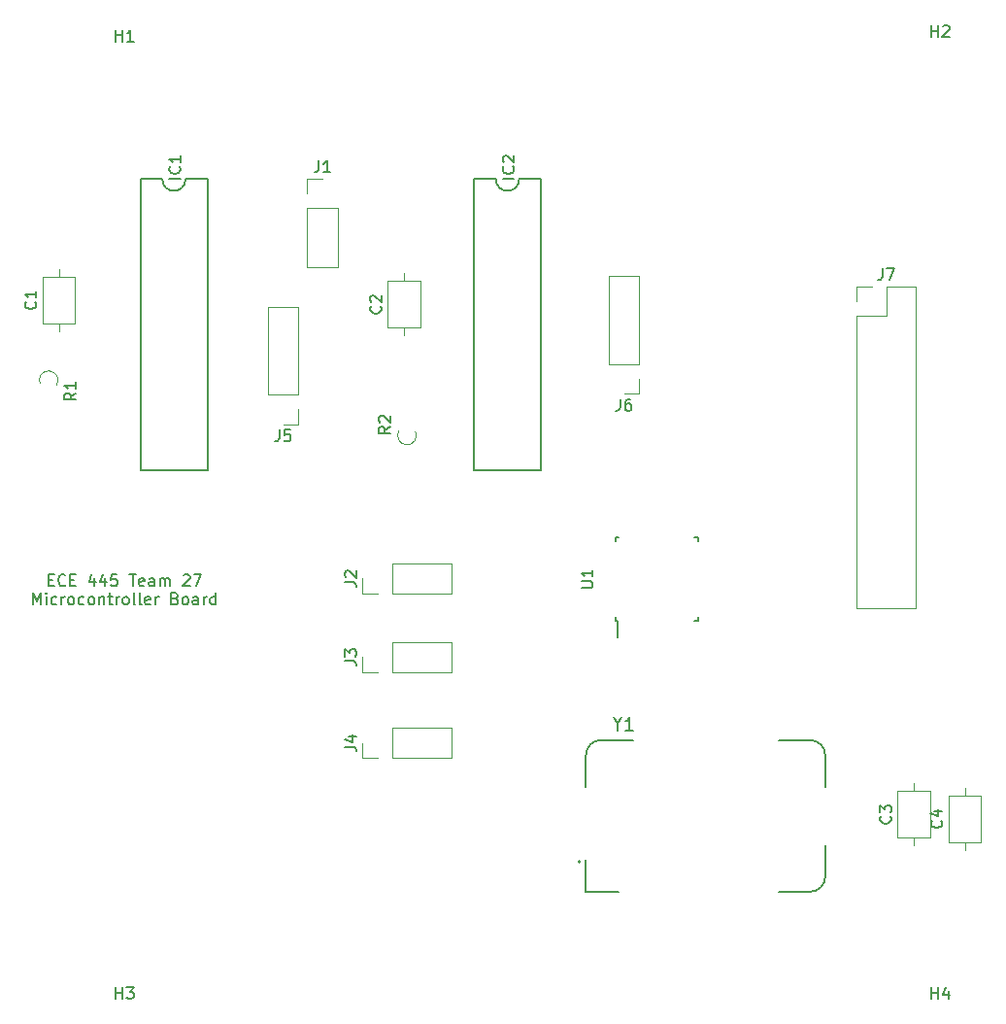
<source format=gbr>
%TF.GenerationSoftware,KiCad,Pcbnew,(6.0.1)*%
%TF.CreationDate,2022-03-29T16:03:17-05:00*%
%TF.ProjectId,microcontroller_board,6d696372-6f63-46f6-9e74-726f6c6c6572,rev?*%
%TF.SameCoordinates,Original*%
%TF.FileFunction,Legend,Top*%
%TF.FilePolarity,Positive*%
%FSLAX46Y46*%
G04 Gerber Fmt 4.6, Leading zero omitted, Abs format (unit mm)*
G04 Created by KiCad (PCBNEW (6.0.1)) date 2022-03-29 16:03:17*
%MOMM*%
%LPD*%
G01*
G04 APERTURE LIST*
%ADD10C,0.150000*%
%ADD11C,0.120000*%
%ADD12C,0.127000*%
%ADD13C,0.200000*%
%ADD14C,0.152400*%
G04 APERTURE END LIST*
D10*
X101330952Y-85483571D02*
X101664285Y-85483571D01*
X101807142Y-86007380D02*
X101330952Y-86007380D01*
X101330952Y-85007380D01*
X101807142Y-85007380D01*
X102807142Y-85912142D02*
X102759523Y-85959761D01*
X102616666Y-86007380D01*
X102521428Y-86007380D01*
X102378571Y-85959761D01*
X102283333Y-85864523D01*
X102235714Y-85769285D01*
X102188095Y-85578809D01*
X102188095Y-85435952D01*
X102235714Y-85245476D01*
X102283333Y-85150238D01*
X102378571Y-85055000D01*
X102521428Y-85007380D01*
X102616666Y-85007380D01*
X102759523Y-85055000D01*
X102807142Y-85102619D01*
X103235714Y-85483571D02*
X103569047Y-85483571D01*
X103711904Y-86007380D02*
X103235714Y-86007380D01*
X103235714Y-85007380D01*
X103711904Y-85007380D01*
X105330952Y-85340714D02*
X105330952Y-86007380D01*
X105092857Y-84959761D02*
X104854761Y-85674047D01*
X105473809Y-85674047D01*
X106283333Y-85340714D02*
X106283333Y-86007380D01*
X106045238Y-84959761D02*
X105807142Y-85674047D01*
X106426190Y-85674047D01*
X107283333Y-85007380D02*
X106807142Y-85007380D01*
X106759523Y-85483571D01*
X106807142Y-85435952D01*
X106902380Y-85388333D01*
X107140476Y-85388333D01*
X107235714Y-85435952D01*
X107283333Y-85483571D01*
X107330952Y-85578809D01*
X107330952Y-85816904D01*
X107283333Y-85912142D01*
X107235714Y-85959761D01*
X107140476Y-86007380D01*
X106902380Y-86007380D01*
X106807142Y-85959761D01*
X106759523Y-85912142D01*
X108378571Y-85007380D02*
X108950000Y-85007380D01*
X108664285Y-86007380D02*
X108664285Y-85007380D01*
X109664285Y-85959761D02*
X109569047Y-86007380D01*
X109378571Y-86007380D01*
X109283333Y-85959761D01*
X109235714Y-85864523D01*
X109235714Y-85483571D01*
X109283333Y-85388333D01*
X109378571Y-85340714D01*
X109569047Y-85340714D01*
X109664285Y-85388333D01*
X109711904Y-85483571D01*
X109711904Y-85578809D01*
X109235714Y-85674047D01*
X110569047Y-86007380D02*
X110569047Y-85483571D01*
X110521428Y-85388333D01*
X110426190Y-85340714D01*
X110235714Y-85340714D01*
X110140476Y-85388333D01*
X110569047Y-85959761D02*
X110473809Y-86007380D01*
X110235714Y-86007380D01*
X110140476Y-85959761D01*
X110092857Y-85864523D01*
X110092857Y-85769285D01*
X110140476Y-85674047D01*
X110235714Y-85626428D01*
X110473809Y-85626428D01*
X110569047Y-85578809D01*
X111045238Y-86007380D02*
X111045238Y-85340714D01*
X111045238Y-85435952D02*
X111092857Y-85388333D01*
X111188095Y-85340714D01*
X111330952Y-85340714D01*
X111426190Y-85388333D01*
X111473809Y-85483571D01*
X111473809Y-86007380D01*
X111473809Y-85483571D02*
X111521428Y-85388333D01*
X111616666Y-85340714D01*
X111759523Y-85340714D01*
X111854761Y-85388333D01*
X111902380Y-85483571D01*
X111902380Y-86007380D01*
X113092857Y-85102619D02*
X113140476Y-85055000D01*
X113235714Y-85007380D01*
X113473809Y-85007380D01*
X113569047Y-85055000D01*
X113616666Y-85102619D01*
X113664285Y-85197857D01*
X113664285Y-85293095D01*
X113616666Y-85435952D01*
X113045238Y-86007380D01*
X113664285Y-86007380D01*
X113997619Y-85007380D02*
X114664285Y-85007380D01*
X114235714Y-86007380D01*
X99997619Y-87617380D02*
X99997619Y-86617380D01*
X100330952Y-87331666D01*
X100664285Y-86617380D01*
X100664285Y-87617380D01*
X101140476Y-87617380D02*
X101140476Y-86950714D01*
X101140476Y-86617380D02*
X101092857Y-86665000D01*
X101140476Y-86712619D01*
X101188095Y-86665000D01*
X101140476Y-86617380D01*
X101140476Y-86712619D01*
X102045238Y-87569761D02*
X101950000Y-87617380D01*
X101759523Y-87617380D01*
X101664285Y-87569761D01*
X101616666Y-87522142D01*
X101569047Y-87426904D01*
X101569047Y-87141190D01*
X101616666Y-87045952D01*
X101664285Y-86998333D01*
X101759523Y-86950714D01*
X101950000Y-86950714D01*
X102045238Y-86998333D01*
X102473809Y-87617380D02*
X102473809Y-86950714D01*
X102473809Y-87141190D02*
X102521428Y-87045952D01*
X102569047Y-86998333D01*
X102664285Y-86950714D01*
X102759523Y-86950714D01*
X103235714Y-87617380D02*
X103140476Y-87569761D01*
X103092857Y-87522142D01*
X103045238Y-87426904D01*
X103045238Y-87141190D01*
X103092857Y-87045952D01*
X103140476Y-86998333D01*
X103235714Y-86950714D01*
X103378571Y-86950714D01*
X103473809Y-86998333D01*
X103521428Y-87045952D01*
X103569047Y-87141190D01*
X103569047Y-87426904D01*
X103521428Y-87522142D01*
X103473809Y-87569761D01*
X103378571Y-87617380D01*
X103235714Y-87617380D01*
X104426190Y-87569761D02*
X104330952Y-87617380D01*
X104140476Y-87617380D01*
X104045238Y-87569761D01*
X103997619Y-87522142D01*
X103950000Y-87426904D01*
X103950000Y-87141190D01*
X103997619Y-87045952D01*
X104045238Y-86998333D01*
X104140476Y-86950714D01*
X104330952Y-86950714D01*
X104426190Y-86998333D01*
X104997619Y-87617380D02*
X104902380Y-87569761D01*
X104854761Y-87522142D01*
X104807142Y-87426904D01*
X104807142Y-87141190D01*
X104854761Y-87045952D01*
X104902380Y-86998333D01*
X104997619Y-86950714D01*
X105140476Y-86950714D01*
X105235714Y-86998333D01*
X105283333Y-87045952D01*
X105330952Y-87141190D01*
X105330952Y-87426904D01*
X105283333Y-87522142D01*
X105235714Y-87569761D01*
X105140476Y-87617380D01*
X104997619Y-87617380D01*
X105759523Y-86950714D02*
X105759523Y-87617380D01*
X105759523Y-87045952D02*
X105807142Y-86998333D01*
X105902380Y-86950714D01*
X106045238Y-86950714D01*
X106140476Y-86998333D01*
X106188095Y-87093571D01*
X106188095Y-87617380D01*
X106521428Y-86950714D02*
X106902380Y-86950714D01*
X106664285Y-86617380D02*
X106664285Y-87474523D01*
X106711904Y-87569761D01*
X106807142Y-87617380D01*
X106902380Y-87617380D01*
X107235714Y-87617380D02*
X107235714Y-86950714D01*
X107235714Y-87141190D02*
X107283333Y-87045952D01*
X107330952Y-86998333D01*
X107426190Y-86950714D01*
X107521428Y-86950714D01*
X107997619Y-87617380D02*
X107902380Y-87569761D01*
X107854761Y-87522142D01*
X107807142Y-87426904D01*
X107807142Y-87141190D01*
X107854761Y-87045952D01*
X107902380Y-86998333D01*
X107997619Y-86950714D01*
X108140476Y-86950714D01*
X108235714Y-86998333D01*
X108283333Y-87045952D01*
X108330952Y-87141190D01*
X108330952Y-87426904D01*
X108283333Y-87522142D01*
X108235714Y-87569761D01*
X108140476Y-87617380D01*
X107997619Y-87617380D01*
X108902380Y-87617380D02*
X108807142Y-87569761D01*
X108759523Y-87474523D01*
X108759523Y-86617380D01*
X109426190Y-87617380D02*
X109330952Y-87569761D01*
X109283333Y-87474523D01*
X109283333Y-86617380D01*
X110188095Y-87569761D02*
X110092857Y-87617380D01*
X109902380Y-87617380D01*
X109807142Y-87569761D01*
X109759523Y-87474523D01*
X109759523Y-87093571D01*
X109807142Y-86998333D01*
X109902380Y-86950714D01*
X110092857Y-86950714D01*
X110188095Y-86998333D01*
X110235714Y-87093571D01*
X110235714Y-87188809D01*
X109759523Y-87284047D01*
X110664285Y-87617380D02*
X110664285Y-86950714D01*
X110664285Y-87141190D02*
X110711904Y-87045952D01*
X110759523Y-86998333D01*
X110854761Y-86950714D01*
X110950000Y-86950714D01*
X112378571Y-87093571D02*
X112521428Y-87141190D01*
X112569047Y-87188809D01*
X112616666Y-87284047D01*
X112616666Y-87426904D01*
X112569047Y-87522142D01*
X112521428Y-87569761D01*
X112426190Y-87617380D01*
X112045238Y-87617380D01*
X112045238Y-86617380D01*
X112378571Y-86617380D01*
X112473809Y-86665000D01*
X112521428Y-86712619D01*
X112569047Y-86807857D01*
X112569047Y-86903095D01*
X112521428Y-86998333D01*
X112473809Y-87045952D01*
X112378571Y-87093571D01*
X112045238Y-87093571D01*
X113188095Y-87617380D02*
X113092857Y-87569761D01*
X113045238Y-87522142D01*
X112997619Y-87426904D01*
X112997619Y-87141190D01*
X113045238Y-87045952D01*
X113092857Y-86998333D01*
X113188095Y-86950714D01*
X113330952Y-86950714D01*
X113426190Y-86998333D01*
X113473809Y-87045952D01*
X113521428Y-87141190D01*
X113521428Y-87426904D01*
X113473809Y-87522142D01*
X113426190Y-87569761D01*
X113330952Y-87617380D01*
X113188095Y-87617380D01*
X114378571Y-87617380D02*
X114378571Y-87093571D01*
X114330952Y-86998333D01*
X114235714Y-86950714D01*
X114045238Y-86950714D01*
X113950000Y-86998333D01*
X114378571Y-87569761D02*
X114283333Y-87617380D01*
X114045238Y-87617380D01*
X113950000Y-87569761D01*
X113902380Y-87474523D01*
X113902380Y-87379285D01*
X113950000Y-87284047D01*
X114045238Y-87236428D01*
X114283333Y-87236428D01*
X114378571Y-87188809D01*
X114854761Y-87617380D02*
X114854761Y-86950714D01*
X114854761Y-87141190D02*
X114902380Y-87045952D01*
X114950000Y-86998333D01*
X115045238Y-86950714D01*
X115140476Y-86950714D01*
X115902380Y-87617380D02*
X115902380Y-86617380D01*
X115902380Y-87569761D02*
X115807142Y-87617380D01*
X115616666Y-87617380D01*
X115521428Y-87569761D01*
X115473809Y-87522142D01*
X115426190Y-87426904D01*
X115426190Y-87141190D01*
X115473809Y-87045952D01*
X115521428Y-86998333D01*
X115616666Y-86950714D01*
X115807142Y-86950714D01*
X115902380Y-86998333D01*
%TO.C,J6*%
X151177666Y-69727380D02*
X151177666Y-70441666D01*
X151130047Y-70584523D01*
X151034809Y-70679761D01*
X150891952Y-70727380D01*
X150796714Y-70727380D01*
X152082428Y-69727380D02*
X151891952Y-69727380D01*
X151796714Y-69775000D01*
X151749095Y-69822619D01*
X151653857Y-69965476D01*
X151606238Y-70155952D01*
X151606238Y-70536904D01*
X151653857Y-70632142D01*
X151701476Y-70679761D01*
X151796714Y-70727380D01*
X151987190Y-70727380D01*
X152082428Y-70679761D01*
X152130047Y-70632142D01*
X152177666Y-70536904D01*
X152177666Y-70298809D01*
X152130047Y-70203571D01*
X152082428Y-70155952D01*
X151987190Y-70108333D01*
X151796714Y-70108333D01*
X151701476Y-70155952D01*
X151653857Y-70203571D01*
X151606238Y-70298809D01*
%TO.C,C1*%
X100172142Y-61253666D02*
X100219761Y-61301285D01*
X100267380Y-61444142D01*
X100267380Y-61539380D01*
X100219761Y-61682238D01*
X100124523Y-61777476D01*
X100029285Y-61825095D01*
X99838809Y-61872714D01*
X99695952Y-61872714D01*
X99505476Y-61825095D01*
X99410238Y-61777476D01*
X99315000Y-61682238D01*
X99267380Y-61539380D01*
X99267380Y-61444142D01*
X99315000Y-61301285D01*
X99362619Y-61253666D01*
X100267380Y-60301285D02*
X100267380Y-60872714D01*
X100267380Y-60587000D02*
X99267380Y-60587000D01*
X99410238Y-60682238D01*
X99505476Y-60777476D01*
X99553095Y-60872714D01*
%TO.C,Y1*%
X150956460Y-98046004D02*
X150956460Y-98580818D01*
X150582090Y-97457708D02*
X150956460Y-98046004D01*
X151330830Y-97457708D01*
X152293496Y-98580818D02*
X151651719Y-98580818D01*
X151972607Y-98580818D02*
X151972607Y-97457708D01*
X151865645Y-97618152D01*
X151758682Y-97725115D01*
X151651719Y-97778597D01*
%TO.C,R2*%
X131120380Y-72114666D02*
X130644190Y-72448000D01*
X131120380Y-72686095D02*
X130120380Y-72686095D01*
X130120380Y-72305142D01*
X130168000Y-72209904D01*
X130215619Y-72162285D01*
X130310857Y-72114666D01*
X130453714Y-72114666D01*
X130548952Y-72162285D01*
X130596571Y-72209904D01*
X130644190Y-72305142D01*
X130644190Y-72686095D01*
X130215619Y-71733714D02*
X130168000Y-71686095D01*
X130120380Y-71590857D01*
X130120380Y-71352761D01*
X130168000Y-71257523D01*
X130215619Y-71209904D01*
X130310857Y-71162285D01*
X130406095Y-71162285D01*
X130548952Y-71209904D01*
X131120380Y-71781333D01*
X131120380Y-71162285D01*
%TO.C,J2*%
X127170380Y-85677333D02*
X127884666Y-85677333D01*
X128027523Y-85724952D01*
X128122761Y-85820190D01*
X128170380Y-85963047D01*
X128170380Y-86058285D01*
X127265619Y-85248761D02*
X127218000Y-85201142D01*
X127170380Y-85105904D01*
X127170380Y-84867809D01*
X127218000Y-84772571D01*
X127265619Y-84724952D01*
X127360857Y-84677333D01*
X127456095Y-84677333D01*
X127598952Y-84724952D01*
X128170380Y-85296380D01*
X128170380Y-84677333D01*
%TO.C,H3*%
X107188095Y-121982380D02*
X107188095Y-120982380D01*
X107188095Y-121458571D02*
X107759523Y-121458571D01*
X107759523Y-121982380D02*
X107759523Y-120982380D01*
X108140476Y-120982380D02*
X108759523Y-120982380D01*
X108426190Y-121363333D01*
X108569047Y-121363333D01*
X108664285Y-121410952D01*
X108711904Y-121458571D01*
X108759523Y-121553809D01*
X108759523Y-121791904D01*
X108711904Y-121887142D01*
X108664285Y-121934761D01*
X108569047Y-121982380D01*
X108283333Y-121982380D01*
X108188095Y-121934761D01*
X108140476Y-121887142D01*
%TO.C,R1*%
X103718380Y-69193666D02*
X103242190Y-69527000D01*
X103718380Y-69765095D02*
X102718380Y-69765095D01*
X102718380Y-69384142D01*
X102766000Y-69288904D01*
X102813619Y-69241285D01*
X102908857Y-69193666D01*
X103051714Y-69193666D01*
X103146952Y-69241285D01*
X103194571Y-69288904D01*
X103242190Y-69384142D01*
X103242190Y-69765095D01*
X103718380Y-68241285D02*
X103718380Y-68812714D01*
X103718380Y-68527000D02*
X102718380Y-68527000D01*
X102861238Y-68622238D01*
X102956476Y-68717476D01*
X103004095Y-68812714D01*
%TO.C,H4*%
X178308095Y-121982380D02*
X178308095Y-120982380D01*
X178308095Y-121458571D02*
X178879523Y-121458571D01*
X178879523Y-121982380D02*
X178879523Y-120982380D01*
X179784285Y-121315714D02*
X179784285Y-121982380D01*
X179546190Y-120934761D02*
X179308095Y-121649047D01*
X179927142Y-121649047D01*
%TO.C,IC1*%
X112847457Y-50504633D02*
X111847331Y-50504633D01*
X112752207Y-49456882D02*
X112799832Y-49504507D01*
X112847457Y-49647382D01*
X112847457Y-49742632D01*
X112799832Y-49885507D01*
X112704582Y-49980757D01*
X112609332Y-50028383D01*
X112418832Y-50076008D01*
X112275957Y-50076008D01*
X112085457Y-50028383D01*
X111990207Y-49980757D01*
X111894957Y-49885507D01*
X111847331Y-49742632D01*
X111847331Y-49647382D01*
X111894957Y-49504507D01*
X111942582Y-49456882D01*
X112847457Y-48504381D02*
X112847457Y-49075882D01*
X112847457Y-48790131D02*
X111847331Y-48790131D01*
X111990207Y-48885381D01*
X112085457Y-48980631D01*
X112133082Y-49075882D01*
%TO.C,IC2*%
X141930457Y-50504633D02*
X140930331Y-50504633D01*
X141835207Y-49456882D02*
X141882832Y-49504507D01*
X141930457Y-49647382D01*
X141930457Y-49742632D01*
X141882832Y-49885507D01*
X141787582Y-49980757D01*
X141692332Y-50028383D01*
X141501832Y-50076008D01*
X141358957Y-50076008D01*
X141168457Y-50028383D01*
X141073207Y-49980757D01*
X140977957Y-49885507D01*
X140930331Y-49742632D01*
X140930331Y-49647382D01*
X140977957Y-49504507D01*
X141025582Y-49456882D01*
X141025582Y-49075882D02*
X140977957Y-49028257D01*
X140930331Y-48933006D01*
X140930331Y-48694881D01*
X140977957Y-48599631D01*
X141025582Y-48552006D01*
X141120832Y-48504381D01*
X141216082Y-48504381D01*
X141358957Y-48552006D01*
X141930457Y-49123507D01*
X141930457Y-48504381D01*
%TO.C,H1*%
X107188095Y-38543380D02*
X107188095Y-37543380D01*
X107188095Y-38019571D02*
X107759523Y-38019571D01*
X107759523Y-38543380D02*
X107759523Y-37543380D01*
X108759523Y-38543380D02*
X108188095Y-38543380D01*
X108473809Y-38543380D02*
X108473809Y-37543380D01*
X108378571Y-37686238D01*
X108283333Y-37781476D01*
X108188095Y-37829095D01*
%TO.C,J5*%
X121459666Y-72394380D02*
X121459666Y-73108666D01*
X121412047Y-73251523D01*
X121316809Y-73346761D01*
X121173952Y-73394380D01*
X121078714Y-73394380D01*
X122412047Y-72394380D02*
X121935857Y-72394380D01*
X121888238Y-72870571D01*
X121935857Y-72822952D01*
X122031095Y-72775333D01*
X122269190Y-72775333D01*
X122364428Y-72822952D01*
X122412047Y-72870571D01*
X122459666Y-72965809D01*
X122459666Y-73203904D01*
X122412047Y-73299142D01*
X122364428Y-73346761D01*
X122269190Y-73394380D01*
X122031095Y-73394380D01*
X121935857Y-73346761D01*
X121888238Y-73299142D01*
%TO.C,C4*%
X179166142Y-106465666D02*
X179213761Y-106513285D01*
X179261380Y-106656142D01*
X179261380Y-106751380D01*
X179213761Y-106894238D01*
X179118523Y-106989476D01*
X179023285Y-107037095D01*
X178832809Y-107084714D01*
X178689952Y-107084714D01*
X178499476Y-107037095D01*
X178404238Y-106989476D01*
X178309000Y-106894238D01*
X178261380Y-106751380D01*
X178261380Y-106656142D01*
X178309000Y-106513285D01*
X178356619Y-106465666D01*
X178594714Y-105608523D02*
X179261380Y-105608523D01*
X178213761Y-105846619D02*
X178928047Y-106084714D01*
X178928047Y-105465666D01*
%TO.C,H2*%
X178308095Y-38162380D02*
X178308095Y-37162380D01*
X178308095Y-37638571D02*
X178879523Y-37638571D01*
X178879523Y-38162380D02*
X178879523Y-37162380D01*
X179308095Y-37257619D02*
X179355714Y-37210000D01*
X179450952Y-37162380D01*
X179689047Y-37162380D01*
X179784285Y-37210000D01*
X179831904Y-37257619D01*
X179879523Y-37352857D01*
X179879523Y-37448095D01*
X179831904Y-37590952D01*
X179260476Y-38162380D01*
X179879523Y-38162380D01*
%TO.C,J3*%
X127170380Y-92535333D02*
X127884666Y-92535333D01*
X128027523Y-92582952D01*
X128122761Y-92678190D01*
X128170380Y-92821047D01*
X128170380Y-92916285D01*
X127170380Y-92154380D02*
X127170380Y-91535333D01*
X127551333Y-91868666D01*
X127551333Y-91725809D01*
X127598952Y-91630571D01*
X127646571Y-91582952D01*
X127741809Y-91535333D01*
X127979904Y-91535333D01*
X128075142Y-91582952D01*
X128122761Y-91630571D01*
X128170380Y-91725809D01*
X128170380Y-92011523D01*
X128122761Y-92106761D01*
X128075142Y-92154380D01*
%TO.C,U1*%
X147777380Y-86173904D02*
X148586904Y-86173904D01*
X148682142Y-86126285D01*
X148729761Y-86078666D01*
X148777380Y-85983428D01*
X148777380Y-85792952D01*
X148729761Y-85697714D01*
X148682142Y-85650095D01*
X148586904Y-85602476D01*
X147777380Y-85602476D01*
X148777380Y-84602476D02*
X148777380Y-85173904D01*
X148777380Y-84888190D02*
X147777380Y-84888190D01*
X147920238Y-84983428D01*
X148015476Y-85078666D01*
X148063095Y-85173904D01*
%TO.C,C2*%
X130271142Y-61634666D02*
X130318761Y-61682285D01*
X130366380Y-61825142D01*
X130366380Y-61920380D01*
X130318761Y-62063238D01*
X130223523Y-62158476D01*
X130128285Y-62206095D01*
X129937809Y-62253714D01*
X129794952Y-62253714D01*
X129604476Y-62206095D01*
X129509238Y-62158476D01*
X129414000Y-62063238D01*
X129366380Y-61920380D01*
X129366380Y-61825142D01*
X129414000Y-61682285D01*
X129461619Y-61634666D01*
X129461619Y-61253714D02*
X129414000Y-61206095D01*
X129366380Y-61110857D01*
X129366380Y-60872761D01*
X129414000Y-60777523D01*
X129461619Y-60729904D01*
X129556857Y-60682285D01*
X129652095Y-60682285D01*
X129794952Y-60729904D01*
X130366380Y-61301333D01*
X130366380Y-60682285D01*
%TO.C,J7*%
X174037666Y-58336380D02*
X174037666Y-59050666D01*
X173990047Y-59193523D01*
X173894809Y-59288761D01*
X173751952Y-59336380D01*
X173656714Y-59336380D01*
X174418619Y-58336380D02*
X175085285Y-58336380D01*
X174656714Y-59336380D01*
%TO.C,C3*%
X174721142Y-106084666D02*
X174768761Y-106132285D01*
X174816380Y-106275142D01*
X174816380Y-106370380D01*
X174768761Y-106513238D01*
X174673523Y-106608476D01*
X174578285Y-106656095D01*
X174387809Y-106703714D01*
X174244952Y-106703714D01*
X174054476Y-106656095D01*
X173959238Y-106608476D01*
X173864000Y-106513238D01*
X173816380Y-106370380D01*
X173816380Y-106275142D01*
X173864000Y-106132285D01*
X173911619Y-106084666D01*
X173816380Y-105751333D02*
X173816380Y-105132285D01*
X174197333Y-105465619D01*
X174197333Y-105322761D01*
X174244952Y-105227523D01*
X174292571Y-105179904D01*
X174387809Y-105132285D01*
X174625904Y-105132285D01*
X174721142Y-105179904D01*
X174768761Y-105227523D01*
X174816380Y-105322761D01*
X174816380Y-105608476D01*
X174768761Y-105703714D01*
X174721142Y-105751333D01*
%TO.C,J4*%
X127170380Y-100028333D02*
X127884666Y-100028333D01*
X128027523Y-100075952D01*
X128122761Y-100171190D01*
X128170380Y-100314047D01*
X128170380Y-100409285D01*
X127503714Y-99123571D02*
X128170380Y-99123571D01*
X127122761Y-99361666D02*
X127837047Y-99599761D01*
X127837047Y-98980714D01*
%TO.C,J1*%
X124888666Y-48938380D02*
X124888666Y-49652666D01*
X124841047Y-49795523D01*
X124745809Y-49890761D01*
X124602952Y-49938380D01*
X124507714Y-49938380D01*
X125888666Y-49938380D02*
X125317238Y-49938380D01*
X125602952Y-49938380D02*
X125602952Y-48938380D01*
X125507714Y-49081238D01*
X125412476Y-49176476D01*
X125317238Y-49224095D01*
D11*
%TO.C,J6*%
X150181000Y-66675000D02*
X150181000Y-58995000D01*
X152841000Y-69275000D02*
X151511000Y-69275000D01*
X152841000Y-66675000D02*
X150181000Y-66675000D01*
X152841000Y-66675000D02*
X152841000Y-58995000D01*
X152841000Y-58995000D02*
X150181000Y-58995000D01*
X152841000Y-67945000D02*
X152841000Y-69275000D01*
%TO.C,C1*%
X103655000Y-59067000D02*
X100815000Y-59067000D01*
X100815000Y-63107000D02*
X103655000Y-63107000D01*
X102235000Y-58377000D02*
X102235000Y-59067000D01*
X102235000Y-63797000D02*
X102235000Y-63107000D01*
X100815000Y-59067000D02*
X100815000Y-63107000D01*
X103655000Y-63107000D02*
X103655000Y-59067000D01*
D12*
%TO.C,Y1*%
X148193000Y-112645000D02*
X151003000Y-112645000D01*
X152273000Y-99445000D02*
X149473000Y-99445000D01*
X148193000Y-109855000D02*
X148193000Y-112645000D01*
X169053000Y-111345000D02*
X169053000Y-108585000D01*
X164973000Y-99445000D02*
X167773000Y-99445000D01*
X169053000Y-100745000D02*
X169053000Y-103505000D01*
X148193000Y-100745000D02*
X148193000Y-103505000D01*
X164973000Y-112645000D02*
X167773000Y-112645000D01*
X167773000Y-112645000D02*
G75*
G03*
X169053000Y-111345000I-9999J1289999D01*
G01*
X169053000Y-100745000D02*
G75*
G03*
X167773000Y-99445000I-1289999J10001D01*
G01*
X149473000Y-99445000D02*
G75*
G03*
X148193000Y-100745000I9999J-1289999D01*
G01*
D13*
X147723000Y-110045000D02*
G75*
G03*
X147723000Y-110045000I-100000J0D01*
G01*
D11*
%TO.C,R2*%
X131888000Y-72480867D02*
G75*
G03*
X133337359Y-72577905I700000J-417133D01*
G01*
%TO.C,J2*%
X131318000Y-84014000D02*
X136458000Y-84014000D01*
X131318000Y-86674000D02*
X136458000Y-86674000D01*
X128718000Y-86674000D02*
X128718000Y-85344000D01*
X131318000Y-86674000D02*
X131318000Y-84014000D01*
X130048000Y-86674000D02*
X128718000Y-86674000D01*
X136458000Y-86674000D02*
X136458000Y-84014000D01*
%TO.C,R1*%
X102046000Y-68494133D02*
G75*
G03*
X100596641Y-68397095I-700000J417133D01*
G01*
D14*
%TO.C,IC1*%
X115189000Y-50546000D02*
X113284000Y-50546000D01*
X109347000Y-50546000D02*
X111252000Y-50546000D01*
X109347000Y-50546000D02*
X109347000Y-75946000D01*
X115189000Y-75946000D02*
X109347000Y-75946000D01*
X115189000Y-75946000D02*
X115189000Y-50546000D01*
X111252000Y-50546000D02*
G75*
G03*
X113284000Y-50546000I1016000J0D01*
G01*
%TO.C,IC2*%
X144272000Y-75946000D02*
X144272000Y-50546000D01*
X138430000Y-50546000D02*
X140335000Y-50546000D01*
X138430000Y-50546000D02*
X138430000Y-75946000D01*
X144272000Y-50546000D02*
X142367000Y-50546000D01*
X144272000Y-75946000D02*
X138430000Y-75946000D01*
X140335000Y-50546000D02*
G75*
G03*
X142367000Y-50546000I1016000J0D01*
G01*
D11*
%TO.C,J5*%
X123123000Y-71942000D02*
X121793000Y-71942000D01*
X123123000Y-70612000D02*
X123123000Y-71942000D01*
X123123000Y-69342000D02*
X123123000Y-61662000D01*
X123123000Y-69342000D02*
X120463000Y-69342000D01*
X123123000Y-61662000D02*
X120463000Y-61662000D01*
X120463000Y-69342000D02*
X120463000Y-61662000D01*
%TO.C,C4*%
X179809000Y-104279000D02*
X179809000Y-108319000D01*
X181229000Y-109009000D02*
X181229000Y-108319000D01*
X179809000Y-108319000D02*
X182649000Y-108319000D01*
X182649000Y-104279000D02*
X179809000Y-104279000D01*
X182649000Y-108319000D02*
X182649000Y-104279000D01*
X181229000Y-103589000D02*
X181229000Y-104279000D01*
%TO.C,J3*%
X131318000Y-90872000D02*
X136458000Y-90872000D01*
X128718000Y-93532000D02*
X128718000Y-92202000D01*
X130048000Y-93532000D02*
X128718000Y-93532000D01*
X131318000Y-93532000D02*
X131318000Y-90872000D01*
X136458000Y-93532000D02*
X136458000Y-90872000D01*
X131318000Y-93532000D02*
X136458000Y-93532000D01*
D10*
%TO.C,U1*%
X158000000Y-89037000D02*
X158000000Y-88712000D01*
X158000000Y-81787000D02*
X157675000Y-81787000D01*
X150750000Y-89037000D02*
X150975000Y-89037000D01*
X150750000Y-81787000D02*
X151075000Y-81787000D01*
X150750000Y-81787000D02*
X150750000Y-82112000D01*
X158000000Y-81787000D02*
X158000000Y-82112000D01*
X150975000Y-89037000D02*
X150975000Y-90462000D01*
X150750000Y-89037000D02*
X150750000Y-88712000D01*
X158000000Y-89037000D02*
X157675000Y-89037000D01*
D11*
%TO.C,C2*%
X133754000Y-63488000D02*
X133754000Y-59448000D01*
X132334000Y-58758000D02*
X132334000Y-59448000D01*
X130914000Y-63488000D02*
X133754000Y-63488000D01*
X130914000Y-59448000D02*
X130914000Y-63488000D01*
X133754000Y-59448000D02*
X130914000Y-59448000D01*
X132334000Y-64178000D02*
X132334000Y-63488000D01*
%TO.C,J7*%
X171771000Y-61214000D02*
X171771000Y-59884000D01*
X171771000Y-87944000D02*
X176971000Y-87944000D01*
X176971000Y-59884000D02*
X176971000Y-87944000D01*
X171771000Y-62484000D02*
X171771000Y-87944000D01*
X171771000Y-59884000D02*
X173101000Y-59884000D01*
X174371000Y-59884000D02*
X176971000Y-59884000D01*
X174371000Y-62484000D02*
X174371000Y-59884000D01*
X171771000Y-62484000D02*
X174371000Y-62484000D01*
%TO.C,C3*%
X178204000Y-107938000D02*
X178204000Y-103898000D01*
X176784000Y-103208000D02*
X176784000Y-103898000D01*
X176784000Y-108628000D02*
X176784000Y-107938000D01*
X178204000Y-103898000D02*
X175364000Y-103898000D01*
X175364000Y-107938000D02*
X178204000Y-107938000D01*
X175364000Y-103898000D02*
X175364000Y-107938000D01*
%TO.C,J4*%
X130048000Y-101025000D02*
X128718000Y-101025000D01*
X131318000Y-101025000D02*
X131318000Y-98365000D01*
X128718000Y-101025000D02*
X128718000Y-99695000D01*
X131318000Y-98365000D02*
X136458000Y-98365000D01*
X131318000Y-101025000D02*
X136458000Y-101025000D01*
X136458000Y-101025000D02*
X136458000Y-98365000D01*
%TO.C,J1*%
X123892000Y-51816000D02*
X123892000Y-50486000D01*
X123892000Y-53086000D02*
X126552000Y-53086000D01*
X123892000Y-58226000D02*
X126552000Y-58226000D01*
X126552000Y-53086000D02*
X126552000Y-58226000D01*
X123892000Y-53086000D02*
X123892000Y-58226000D01*
X123892000Y-50486000D02*
X125222000Y-50486000D01*
%TD*%
M02*

</source>
